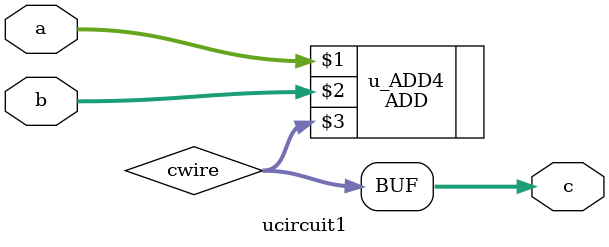
<source format=v>

module ucircuit1(

	 input [7:0] a,
	 input [7:0] b,

	 output [7:0] c
);

	 wire [7:0] cwire;
	 ADD #(0) u_ADD4 (a,b,cwire);
	 assign c = cwire;


endmodule

// *********************************************************************************
// *                            END OF GENERATED FILE                              *
// *********************************************************************************

</source>
